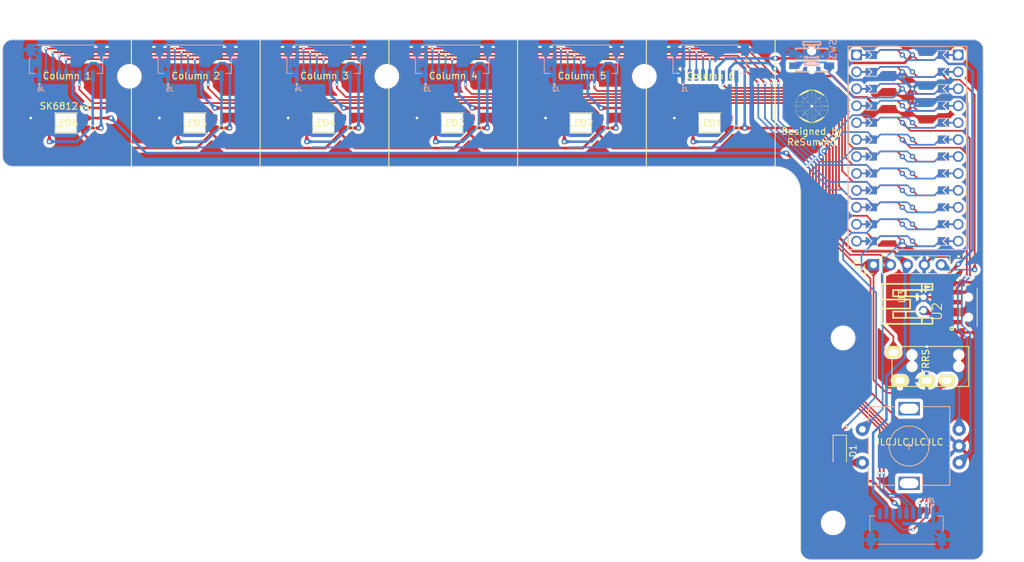
<source format=kicad_pcb>
(kicad_pcb (version 20221018) (generator pcbnew)
  (layers (0 "F.Cu" signal) (31 "B.Cu" signal) (34 "B.Paste" user) (35 "F.Paste" user) (36 "B.SilkS" user "B.Silkscreen") (37 "F.SilkS" user "F.Silkscreen") (38 "B.Mask" user) (39 "F.Mask" user) (44 "Edge.Cuts" user))
  (net 0 "")
  (net 1 "GND")
  (net 2 "/Row1")
  (net 3 "/Row2")
  (net 4 "/Row3")
  (net 5 "/Row4")
  (net 6 "/V+")
  (net 7 "SCL")
  (net 8 "SDA")
  (net 9 "/RGB_In1")
  (net 10 "/Col_In1")
  (net 11 "/Col_In2")
  (net 12 "/Col_In3")
  (net 13 "/Col_In4")
  (net 14 "/Col_In5")
  (net 15 "/Col_In6")
  (net 16 "/V_bat")
  (net 17 "RESET")
  (net 18 "ENCA")
  (net 19 "ENCB")
  (net 20 "/RGB_Out1")
  (net 21 "/RGB_In2")
  (net 22 "/RGB_Out2")
  (net 23 "/RGB_In3")
  (net 24 "/RGB_Out3")
  (net 25 "/RGB_In4")
  (net 26 "/RGB_Out4")
  (net 27 "/RGB_In5")
  (net 28 "/RGB_Out5")
  (net 29 "/RGB_In6")
  (net 30 "/RGB_Out6")
  (net 31 "unconnected-(J8-Pad1)")
  (net 32 "Net-(U2-PadL2)")
  (net 33 "/RowT")
  (net 34 "Net-(D1-A)")
  (net 35 "CS")
  (net 36 "/RGB_In7")
  (net 37 "/Col_InT")
  (net 38 "/RGB_Out7")
  (footprint "Seismos-libs:RotaryEncoder_Alps_EC11E-Switch_Vertical_H20mm-keebio_modified" (layer "F.Cu") (at 165.89 80.96 180)
    (fp_text reference "SW1" hide)
    (fp_text value "RotaryEncoder_Switch")
  )
  (footprint "Seismos-libs:MJ-4PP-9" (layer "F.Cu") (at 174.83 69.025 -90)
    (fp_text reference "J8")
    (fp_text value "MJ-4PP-9-Lily58" hide)
  )
  (footprint "Seismos-libs:Hole_M3_3.2mm" (layer "F.Cu") (at 156 64.75)
    (fp_text reference "")
    (fp_text value "Hole_M3_3.2mm")
  )
  (footprint "Seismos-libs:Hole_M3_3.2mm" (layer "F.Cu") (at 87.6 25.5)
    (fp_text reference "2")
    (fp_text value "Hole_M3_3.2mm")
  )
  (footprint "Connector_PinHeader_2.54mm:PinHeader_1x05_P2.54mm_Vertical" (layer "F.Cu") (at 160.556 53.766 90)
    (fp_text reference "J7")
    (fp_text value "Conn_01x05_Pin")
  )
  (footprint "Seismos-libs:SW_PCM12SMTR" (layer "F.Cu") (at 174.8 60.132 90)
    (fp_text reference "U2")
    (fp_text value "MSK-12C02_SMD_SPDT_SWITCH")
  )
  (footprint "Seismos-libs:Hole_M3_3.2mm" (layer "F.Cu") (at 49 25.5)
    (fp_text reference "")
    (fp_text value "Hole_M3_3.2mm")
  )
  (footprint "Seismos-libs:CONN-TH_S2B-PH-K-S-GW" (layer "F.Cu") (at 168.0505 59.632 90)
    (fp_text reference "U3")
    (fp_text value "S2B-PH-K-S-GW")
  )
  (footprint "Seismos-libs:Hole_M3_3.2mm" (layer "F.Cu") (at 126.2 25.5)
    (fp_text reference "4")
    (fp_text value "Hole_M3_3.2mm")
  )
  (footprint "keyboard_reversible:ProMicro" (layer "F.Cu") (at 165.636 36.256 -90)
    (fp_text reference "U1" hide)
    (fp_text value "ProMicro_2-Lily58-cache-Lily58_Pro-rescue")
  )
  (footprint "Seismos-libs:Hole_M3_3.2mm" (layer "F.Cu") (at 154.5 92.5)
    (fp_text reference "")
    (fp_text value "Hole_M3_3.2mm")
  )
  (footprint "Seismos-libs:ReSummit_Logo" (layer "F.Cu") (at 151.3 29.975)
    (fp_text reference "G***" hide)
    (fp_text value "LOGO" hide)
  )
  (footprint "Diode_SMD:D_SOD-123" (layer "F.Cu") (at 155.5 81.7 -90)
    (fp_text reference "D1")
    (fp_text value "1N4148W")
  )
  (footprint "Seismos-libs:SK6812-E" (layer "B.Cu") (at 39.5 32.5)
    (fp_text reference "LED6")
    (fp_text value "SK6812-E")
    (fp_rect (start -1.6256 1.4224) (end 1.5748 -1.4224) (stroke (width 0.12)) (fill none) (layer "Edge.Cuts"))
  )
  (footprint "Seismos-libs:SK6812-E" (layer "B.Cu") (at 136 32.5)
    (fp_text reference "LED1")
    (fp_text value "SK6812-E")
    (fp_rect (start -1.6256 1.4224) (end 1.5748 -1.4224) (stroke (width 0.12)) (fill none) (layer "Edge.Cuts"))
  )
  (footprint "Seismos-libs:JST_SM09B-SRSS-TB(LF)(SN)" (layer "B.Cu") (at 39.5 21.5)
    (fp_text reference "J6")
    (fp_text value "SM09B-SRSS-TB(LF)(SN)" hide)
  )
  (footprint "Seismos-libs:SK6812-E" (layer "B.Cu") (at 97.4 32.5)
    (fp_text reference "LED3")
    (fp_text value "SK6812-E")
    (fp_rect (start -1.6256 1.4224) (end 1.5748 -1.4224) (stroke (width 0.12)) (fill none) (layer "Edge.Cuts"))
  )
  (footprint "Seismos-libs:SK6812-E" (layer "B.Cu") (at 78.1 32.5)
    (fp_text reference "LED4")
    (fp_text value "SK6812-E")
    (fp_rect (start -1.6256 1.4224) (end 1.5748 -1.4224) (stroke (width 0.12)) (fill none) (layer "Edge.Cuts"))
  )
  (footprint "Seismos-libs:JST_SM09B-SRSS-TB(LF)(SN)" (layer "B.Cu") (at 58.8 21.5)
    (fp_text reference "J5")
    (fp_text value "SM09B-SRSS-TB(LF)(SN)" hide)
  )
  (footprint "Seismos-libs:SW-SMD_EVQPUD02K" (layer "B.Cu") (at 151.2875 23.0495 90)
    (fp_text reference "SW3")
    (fp_text value "EVQPUC02K")
  )
  (footprint "Seismos-libs:SK6812-E" (layer "B.Cu") (at 116.7 32.5)
    (fp_text reference "LED2")
    (fp_text value "SK6812-E")
    (fp_rect (start -1.6256 1.4224) (end 1.5748 -1.4224) (stroke (width 0.12)) (fill none) (layer "Edge.Cuts"))
  )
  (footprint "Seismos-libs:JST_SM09B-SRSS-TB(LF)(SN)" (layer "B.Cu") (at 136 21.5)
    (fp_text reference "J1")
    (fp_text value "SM09B-SRSS-TB(LF)(SN)")
  )
  (footprint "Seismos-libs:JST_SM09B-SRSS-TB(LF)(SN)" (layer "B.Cu") (at 165.5 95 180)
    (fp_text reference "J9")
    (fp_text value "SM09B-SRSS-TB(LF)(SN)")
  )
  (footprint "Seismos-libs:JST_SM09B-SRSS-TB(LF)(SN)" (layer "B.Cu") (at 97.4 21.5)
    (fp_text reference "J3")
    (fp_text value "SM09B-SRSS-TB(LF)(SN)" hide)
  )
  (footprint "Seismos-libs:JST_SM09B-SRSS-TB(LF)(SN)" (layer "B.Cu") (at 78.1 21.5)
    (fp_text reference "J4")
    (fp_text value "SM09B-SRSS-TB(LF)(SN)" hide)
  )
  (footprint "Seismos-libs:SK6812-E" (layer "B.Cu") (at 58.8 32.5)
    (fp_text reference "LED5")
    (fp_text value "SK6812-E")
    (fp_rect (start -1.6256 1.4224) (end 1.5748 -1.4224) (stroke (width 0.12)) (fill none) (layer "Edge.Cuts"))
  )
  (footprint "Seismos-libs:JST_SM09B-SRSS-TB(LF)(SN)" (layer "B.Cu") (at 116.7 21.5)
    (fp_text reference "J2")
    (fp_text value "SM09B-SRSS-TB(LF)(SN)" hide)
  )
  (gr_line (start 87.9 20) (end 87.9 39) (stroke (width 0.15)) (layer "F.SilkS"))
  (gr_line (start 107.2 20) (end 107.2 39) (stroke (width 0.15)) (layer "F.SilkS"))
  (gr_line (start 49.3 20) (end 49.3 39) (stroke (width 0.15)) (layer "F.SilkS"))
  (gr_line (start 126.5 20) (end 126.5 39) (stroke (width 0.15)) (layer "F.SilkS"))
  (gr_line (start 145.8 20) (end 145.8 39) (stroke (width 0.15)) (layer "F.SilkS"))
  (gr_line (start 68.6 20) (end 68.6 39) (stroke (width 0.15)) (layer "F.SilkS"))
  (gr_line (start 151.134 98) (end 175.5 98) (stroke (width 0.1)) (layer "Edge.Cuts"))
  (gr_arc (start 175.5 20) (mid 176.56066 20.43934) (end 177 21.5) (stroke (width 0.1)) (layer "Edge.Cuts"))
  (gr_line (start 149.634 42.81) (end 149.634 96.5) (stroke (width 0.1)) (layer "Edge.Cuts"))
  (gr_arc (start 151.134 98) (mid 150.07334 97.56066) (end 149.634 96.5) (stroke (width 0.1)) (layer "Edge.Cuts"))
  (gr_line (start 31.5 39) (end 145.824 39) (stroke (width 0.1)) (layer "Edge.Cuts"))
  (gr_arc (start 31.5 39) (mid 30.43934 38.56066) (end 30 37.5) (stroke (width 0.1)) (layer "Edge.Cuts"))
  (gr_arc (start 30 21.5) (mid 30.43934 20.43934) (end 31.5 20) (stroke (width 0.1)) (layer "Edge.Cuts"))
  (gr_line (start 177 21.5) (end 177 96.5) (stroke (width 0.1)) (layer "Edge.Cuts"))
  (gr_arc (start 177 96.5) (mid 176.56066 97.56066) (end 175.5 98) (stroke (width 0.1)) (layer "Edge.Cuts"))
  (gr_arc (start 145.824 39) (mid 148.518077 40.115923) (end 149.634 42.81) (stroke (width 0.1)) (layer "Edge.Cuts"))
  (gr_line (start 175.5 20) (end 31.5 20) (stroke (width 0.1)) (layer "Edge.Cuts"))
  (gr_line (start 30 21.5) (end 30 37.5) (stroke (width 0.1)) (layer "Edge.Cuts"))
  (gr_text "JLCJLCJLCJLC" (at 165.89 80.96) (layer "F.SilkS") (effects (font (size 1 1)) (justify bottom)))
  (gr_text "Designed by\nReSummit" (at 151.325 35.95) (layer "F.SilkS") (effects (font (size 1 1)) (justify bottom)))
  (gr_text "Column 4" (at 97.55 26) (layer "F.SilkS") (effects (font (size 1 1)) (justify bottom)))
  (gr_text "Column 2" (at 58.95 26) (layer "F.SilkS") (effects (font (size 1 1)) (justify bottom)))
  (gr_text "Column 6" (at 136.15 26) (layer "F.SilkS") (effects (font (size 1 1)) (justify bottom)))
  (gr_text "Column 3" (at 78.25 26) (layer "F.SilkS") (effects (font (size 1 1)) (justify bottom)))
  (gr_text "Column 1" (at 39.65 26) (layer "F.SilkS") (effects (font (size 1 1)) (justify bottom)))
  (gr_text "Column 5" (at 116.85 26) (layer "F.SilkS") (effects (font (size 1 1)) (justify bottom)))
  (segment (start 94.8967 31.7493) (end 94.8981 31.7507) (width 0.381) (layer "F.Cu") (net 1))
  (segment (start 173.05 57.267) (end 173.835 56.482) (width 0.381) (layer "F.Cu") (net 1))
  (segment (start 53.5019 31.7493) (end 56.2967 31.7493) (width 0.381) (layer "F.Cu") (net 1))
  (segment (start 175 60.4) (end 171.6 60.4) (width 0.381) (layer "F.Cu") (net 1))
  (segment (start 130.7019 31.7493) (end 133.4967 31.7493) (width 0.381) (layer "F.Cu") (net 1))
  (segment (start 173.675 63.932) (end 170.645 63.932) (width 0.381) (layer "F.Cu") (net 1))
  (segment (start 133.4967 31.7493) (end 133.4981 31.7507) (width 0.381) (layer "F.Cu") (net 1))
  (segment (start 166.398 29.906) (end 166.398 27.366) (width 0.381) (layer "F.Cu") (net 1))
  (segment (start 75.5967 31.7493) (end 75.5981 31.7507) (width 0.381) (layer "F.Cu") (net 1))
  (segment (start 173.675 63.932) (end 175.875 63.932) (width 0.381) (layer "F.Cu") (net 1))
  (segment (start 169.832 58.632) (end 168.0505 58.632) (width 0.381) (layer "F.Cu") (net 1))
  (segment (start 175.925 59.475) (end 175 60.4) (width 0.381) (layer "F.Cu") (net 1))
  (segment (start 173.05 57.882) (end 173.05 57.267) (width 0.381) (layer "F.Cu") (net 1))
  (segment (start 173.725 56.382) (end 173.675 56.332) (width 0.381) (layer "F.Cu") (net 1))
  (segment (start 175.875 63.932) (end 175.925 63.882) (width 0.381) (layer "F.Cu") (net 1))
  (segment (start 72.8019 31.7493) (end 75.5967 31.7493) (width 0.381) (layer "F.Cu") (net 1))
  (segment (start 111.4019 31.7493) (end 114.1967 31.7493) (width 0.381) (layer "F.Cu") (net 1))
  (segment (start 169.4165 52.5255) (end 168.176 53.766) (width 0.381) (layer "F.Cu") (net 1))
  (segment (start 175.925 56.382) (end 173.725 56.382) (width 0.381) (layer "F.Cu") (net 1))
  (segment (start 92.1019 31.7493) (end 94.8967 31.7493) (width 0.381) (layer "F.Cu") (net 1))
  (segment (start 114.1967 31.7493) (end 114.1981 31.7507) (width 0.381) (layer "F.Cu") (net 1))
  (segment (start 34.2019 31.7493) (end 36.9967 31.7493) (width 0.381) (layer "F.Cu") (net 1))
  (segment (start 170.645 63.932) (end 168.53 66.047) (width 0.381) (layer "F.Cu") (net 1))
  (segment (start 36.9967 31.7493) (end 36.9981 31.7507) (width 0.381) (layer "F.Cu") (net 1))
  (segment (start 171.6 60.4) (end 169.832 58.632) (width 0.381) (layer "F.Cu") (net 1))
  (segment (start 175.925 56.382) (end 175.925 59.475) (width 0.381) (layer "F.Cu") (net 1))
  (segment (start 173.3095 52.5255) (end 169.4165 52.5255) (width 0.381) (layer "F.Cu") (net 1))
  (segment (start 56.2967 31.7493) (end 56.2981 31.7507) (width 0.381) (layer "F.Cu") (net 1))
  (via (at 130.7019 31.7493) (size 0.8) (drill 0.4) (layers "F.Cu" "B.Cu") (net 1))
  (via (at 53.5019 31.7493) (size 0.8) (drill 0.4) (layers "F.Cu" "B.Cu") (net 1))
  (via (at 173.3095 52.5255) (size 0.8) (drill 0.4) (layers "F.Cu" "B.Cu") (net 1))
  (via (at 111.4019 31.7493) (size 0.8) (drill 0.4) (layers "F.Cu" "B.Cu") (net 1))
  (via (at 34.2019 31.7493) (size 0.8) (drill 0.4) (layers "F.Cu" "B.Cu") (net 1))
  (via (at 72.8019 31.7493) (size 0.8) (drill 0.4) (layers "F.Cu" "B.Cu") (net 1))
  (via (at 168.53 66.047) (size 0.8) (drill 0.4) (layers "F.Cu" "B.Cu") (net 1))
  (via (at 151.3 29.975) (size 0.8) (drill 0.4) (layers "F.Cu" "B.Cu") (net 1))
  (via (at 92.1019 31.7493) (size 0.8) (drill 0.4) (layers "F.Cu" "B.Cu") (net 1))
  (segment (start 153.8875 22.1995) (end 154.6625 22.1995) (width 0.381) (layer "B.Cu") (net 1))
  (segment (start 35.5 25.375) (end 35.5 22.8) (width 0.381) (layer "B.Cu") (net 1))
  (segment (start 166.4 60.2825) (end 168.0505 58.632) (width 0.381) (layer "B.Cu") (net 1))
  (segment (start 174.6 51.235) (end 174.6 29.566378) (width 0.381) (layer "B.Cu") (net 1))
  (segment (start 130.7 31.7474) (end 130.7019 31.7493) (width 0.381) (layer "B.Cu") (net 1))
  (segment (start 173.633622 28.6) (end 170.2 28.6) (width 0.381) (layer "B.Cu") (net 1))
  (segment (start 34.2 31.7474) (end 34.2019 31.7493) (width 0.381) (layer "B.Cu") (net 1))
  (segment (start 149.1875 22.6995) (end 153.3875 22.6995) (width 0.381) (layer "B.Cu") (net 1))
  (segment (start 92.1 31.7474) (end 92.1019 31.7493) (width 0.381) (layer "B.Cu") (net 1))
  (segment (start 168.53 66.047) (end 166.4 63.917) (width 0.381) (layer "B.Cu") (net 1))
  (segment (start 169.5 91.125) (end 169.5 93.7) (width 0.381) (layer "B.Cu") (net 1))
  (segment (start 147.988 21.5) (end 148.6875 22.1995) (width 0.381) (layer "B.Cu") (net 1))
  (segment (start 72.8 31.7474) (end 72.8019 31.7493) (width 0.381) (layer "B.Cu") (net 1))
  (segment (start 72.8 24.075) (end 72.8 21.5) (width 0.381) (layer "B.Cu") (net 1))
  (segment (start 153.3875 22.6995) (end 153.8875 22.1995) (width 0.381) (layer "B.Cu") (net 1))
  (segment (start 112.7 25.375) (end 111.4 24.075) (width 0.381) (layer "B.Cu") (net 1))
  (segment (start 170.8 95) (end 160.2 95) (width 0.381) (layer "B.Cu") (net 1))
  (segment (start 130.7 24.075) (end 130.7 21.5) (width 0.381) (layer "B.Cu") (net 1))
  (segment (start 154.6625 22.1995) (end 156.2 23.737) (width 0.381) (layer "B.Cu") (net 1))
  (segment (start 168.894 29.906) (end 166.398 29.906) (width 0.381) (layer "B.Cu") (net 1))
  (segment (start 132 25.375) (end 130.7 24.075) (width 0.381) (layer "B.Cu") (net 1))
  (segment (start 169.5 91.125) (end 169.5 84.85) (width 0.381) (layer "B.Cu") (net 1))
  (segment (start 173.3095 52.5255) (end 174.6 51.235) (width 0.381) (layer "B.Cu") (net 1))
  (segment (start 35.5 22.8) (end 34.2 21.5) (width 0.381) (layer "B.Cu") (net 1))
  (segment (start 53.5 21.5) (end 53.5 31.7474) (width 0.381) (layer "B.Cu") (net 1))
  (segment (start 168.53 71.997) (end 168.53 66.047) (width 0.381) (layer "B.Cu") (net 1))
  (segment (start 34.75 20.75) (end 141.75 20.75) (width 0.381) (layer "B.Cu") (net 1))
  (segment (start 173.39 80.96) (end 168.53 76.1) (width 0.381) (layer "B.Cu") (net 1))
  (segment (start 164.874 24.826) (end 164.874 25.842) (width 0.381) (layer "B.Cu") (net 1))
  (segment (start 163.6835 26.0165) (end 164.874 24.826) (width 0.381) (layer "B.Cu") (net 1))
  (segment (start 34.2 21.5) (end 34.2 21.3) (width 0.381) (layer "B.Cu") (net 1))
  (segment (start 148.6875 22.1995) (end 149.1875 22.6995) (width 0.381) (layer "B.Cu") (net 1))
  (segment (start 169.5 84.85) (end 173.39 80.96) (width 0.381) (layer "B.Cu") (net 1))
  (segment (start 168.0505 58.632) (end 168.0505 53.8915) (width 0.381) (layer "B.Cu") (net 1))
  (segment (start 34.2 21.3) (end 34.75 20.75) (width 0.381) (layer "B.Cu") (net 1))
  (segment (start 74.1 25.375) (end 72.8 24.075) (width 0.381) (layer "B.Cu") (net 1))
  (segment (start 93.4 25.375) (end 92.1 24.075) (width 0.381) (layer "B.Cu") (net 1))
  (segment (start 168.53 76.1) (end 168.53 71.997) (width 0.381) (layer "B.Cu") (net 1))
  (segment (start 53.5 31.7474) (end 53.5019 31.7493) (width 0.381) (layer "B.Cu") (net 1))
  (segment (start 53.5 24.075) (end 53.5 21.5) (width 0.381) (layer "B.Cu") (net 1))
  (segment (start 111.4 24.075) (end 111.4 21.5) (width 0.381) (layer "B.Cu") (net 1))
  (segment (start 54.8 25.375) (end 53.5 24.075) (width 0.381) (layer "B.Cu") (net 1))
  (segment (start 111.4 21.5) (end 111.4 31.7474) (width 0.381) (layer "B.Cu") (net 1))
  (segment (start 166.4 63.917) (end 166.4 60.2825) (width 0.381) (layer "B.Cu") (net 1))
  (segment (start 174.6 29.566378) (end 173.633622 28.6) (width 0.381) (layer "B.Cu") (net 1))
  (segment (start 169.5 93.7) (end 170.8 95) (width 0.381) (layer "B.Cu") (net 1))
  (segment (start 157.522878 26.0165) (end 163.6835 26.0165) (width 0.381) (layer "B.Cu") (net 1))
  (segment (start 170.2 28.6) (end 168.894 29.906) (width 0.381) (layer "B.Cu") (net 1))
  (segment (start 130.7 21.5) (end 130.7 31.7474) (width 0.381) (layer "B.Cu") (net 1))
  (segment (start 92.1 21.5) (end 92.1 31.7474) (width 0.381) (layer "B.Cu") (net 1))
  (segment (start 164.874 25.842) (end 166.398 27.366) (width 0.381) (layer "B.Cu") (net 1))
  (segment (start 34.2 21.5) (end 34.2 31.7474) (width 0.381) (layer "B.Cu") (net 1))
  (segment (start 111.4 31.7474) (end 111.4019 31.7493) (width 0.381) (layer "B.Cu") (net 1))
  (segment (start 72.8 21.5) (end 72.8 31.7474) (width 0.381) (layer "B.Cu") (net 1))
  (segment (start 141.3 21.5) (end 147.988 21.5) (width 0.381) (layer "B.Cu") (net 1))
  (segment (start 156.2 24.693622) (end 157.522878 26.0165) (width 0.381) (layer "B.Cu") (net 1))
  (segment (start 92.1 24.075) (end 92.1 21.5) (width 0.381) (layer "B.Cu") (net 1))
  (segment (start 168.0505 53.8915) (end 168.176 53.766) (width 0.381) (layer "B.Cu") (net 1))
  (segment (start 156.2 23.737) (end 156.2 24.693622) (width 0.381) (layer "B.Cu") (net 1))
  (segment (start 146.282509 26.082509) (end 146.282509 26.5035) (width 0.254) (layer "F.Cu") (net 2))
  (segment (start 94.4 21.34) (end 113.7 21.34) (width 0.254) (layer "F.Cu") (net 2))
  (segment (start 75.1 21.34) (end 94.4 21.34) (width 0.254) (layer "F.Cu") (net 2))
  (segment (start 55.8 21.34) (end 75.1 21.34) (width 0.254) (layer "F.Cu") (net 2))
  (segment (start 152.385 56.615) (end 152.3795 56.6205) (width 0.254) (layer "F.Cu") (net 2))
  (segment (start 133 21.34) (end 141.54 21.34) (width 0.254) (layer "F.Cu") (net 2))
  (segment (start 168.5 83.573844) (end 168.5 89.5) (width 0.254) (layer "F.Cu") (net 2))
  (segment (start 152.3795 67.453344) (end 168.5 83.573844) (width 0.254) (layer "F.Cu") (net 2))
  (segment (start 141.54 21.34) (end 146.282509 26.082509) (width 0.254) (layer "F.Cu") (net 2))
  (segment (start 152.385 38.307634) (end 152.385 56.615) (width 0.254) (layer "F.Cu") (net 2))
  (segment (start 36.5 21.34) (end 55.8 21.34) (width 0.254) (layer "F.Cu") (net 2))
  (segment (start 151.894372 37.727939) (end 151.894372 37.817006) (width 0.254) (layer "F.Cu") (net 2))
  (segment (start 113.7 21.34) (end 133 21.34) (width 0.254) (layer "F.Cu") (net 2))
  (segment (start 168.5 89.5) (end 168.4505 89.5) (width 0.254) (layer "F.Cu") (net 2))
  (segment (start 151.894372 37.817006) (end 152.385 38.307634) (width 0.254) (layer "F.Cu") (net 2))
  (segment (start 152.3795 56.6205) (end 152.3795 67.453344) (width 0.254) (layer "F.Cu") (net 2))
  (via (at 113.7 21.34) (size 0.4) (drill 0.3) (layers "F.Cu" "B.Cu") (net 2))
  (via (at 94.4 21.34) (size 0.4) (drill 0.3) (layers "F.Cu" "B.Cu") (net 2))
  (via (at 151.894372 37.727939) (size 0.4) (drill 0.3) (layers "F.Cu" "B.Cu") (net 2))
  (via (at 133 21.34) (size 0.4) (drill 0.3) (layers "F.Cu" "B.Cu") (net 2))
  (via (at 55.8 21.34) (size 0.4) (drill 0.3) (layers "F.Cu" "B.Cu") (net 2))
  (via (at 36.5 21.34) (size 0.4) (drill 0.3) (layers "F.Cu" "B.Cu") (net 2))
  (via (at 168.4505 89.5) (size 0.4) (drill 0.3) (layers "F.Cu" "B.Cu") (net 2))
  (via (at 146.282509 26.5035) (size 0.4) (drill 0.3) (layers "F.Cu" "B.Cu") (net 2))
  (via (at 75.1 21.34) (size 0.4) (drill 0.3) (layers "F.Cu" "B.Cu") (net 2))
  (segment (start 94.4 21.29) (end 94.4 21.34) (width 0.254) (layer "B.Cu") (net 2))
  (segment (start 75.1 21.29) (end 75.1 21.34) (width 0.254) (layer "B.Cu") (net 2))
  (segment (start 36.5 25.375) (end 36.5 21.29) (width 0.254) (layer "B.Cu") (net 2))
  (segment (start 75.1 25.375) (end 75.1 21.29) (width 0.254) (layer "B.Cu") (net 2))
  (segment (start 157.476 36.399) (end 159.683 36.399) (width 0.254) (layer "B.Cu") (net 2))
  (segment (start 55.8 25.375) (end 55.8 21.29) (width 0.254) (layer "B.Cu") (net 2))
  (segment (start 113.7 21.29) (end 113.7 21.34) (width 0.254) (layer "B.Cu") (net 2))
  (segment (start 113.7 25.375) (end 113.7 21.29) (width 0.254) (layer "B.Cu") (net 2))
  (segment (start 133 21.29) (end 133 21.34) (width 0.254) (layer "B.Cu") (net 2))
  (segment (start 133 25.375) (end 133 21.29) (width 0.254) (layer "B.Cu") (net 2))
  (segment (start 36.5 21.29) (end 36.5 21.34) (width 0.254) (layer "B.Cu") (net 2))
  (segment (start 94.4 25.375) (end 94.4 21.29) (width 0.254) (layer "B.Cu") (net 2))
  (segment (start 146.282509 32.116076) (end 146.282509 26.5035) (width 0.254) (layer "B.Cu") (net 2))
  (segment (start 152.397366 38.32) (end 155.555 38.32) (width 0.254) (layer "B.Cu") (net 2))
  (segment (start 55.8 21.29) (end 55.8 21.34) (width 0.254) (layer "B.Cu") (net 2))
  (segment (start 159.683 36.399) (end 160.81 37.526) (width 0.254) (layer "B.Cu") (net 2))
  (segment (start 151.894372 37.727939) (end 146.282509 32.116076) (width 0.254) (layer "B.Cu") (net 2))
  (segment (start 155.555 38.32) (end 157.476 36.399) (width 0.254) (layer "B.Cu") (net 2))
  (segment (start 168.5 91.125) (end 168.5 89.5) (width 0.254) (layer "B.Cu") (net 2))
  (segment (start 151.894372 37.727939) (end 151.894372 37.817006) (width 0.254) (layer "B.Cu") (net 2))
  (segment (start 151.894372 37.817006) (end 152.397366 38.32) (width 0.254) (layer "B.Cu") (net 2))
  (segment (start 151.9255 46.828553) (end 151.9255 67.641396) (width 0.254) (layer "F.Cu") (net 3))
  (segment (start 56.8 21.8665) (end 37.5 21.8665) (width 0.254) (layer "F.Cu") (net 3))
  (segment (start 140.8665 21.8665) (end 145.283006 26.283006) (width 0.254) (layer "F.Cu") (net 3))
  (segment (start 151.9255 67.641396) (end 168.046 83.761896) (width 0.254) (layer "F.Cu") (net 3))
  (segment (start 134 21.8665) (end 114.7 21.8665) (width 0.254) (layer "F.Cu") (net 3))
  (segment (start 151.417895 38.091769) (end 151.931 38.604874) (width 0.254) (layer "F.Cu") (net 3))
  (segment (start 114.7 21.8665) (end 95.4 21.8665) (width 0.254) (layer "F.Cu") (net 3))
  (segment (start 168.046 88.954) (end 167.5 89.5) (width 0.254) (layer "F.Cu") (net 3))
  (segment (start 168.046 83.761896) (end 168.046 88.954) (width 0.254) (layer "F.Cu") (net 3))
  (segment (start 151.931 38.604874) (end 151.931 46.823053) (width 0.254) (layer "F.Cu") (net 3))
  (segment (start 134 21.8665) (end 140.8665 21.8665) (width 0.254) (layer "F.Cu") (net 3))
  (segment (start 95.4 21.8665) (end 76.1 21.8665) (width 0.254) (layer "F.Cu") (net 3))
  (segment (start 76.1 21.8665) (end 56.8 21.8665) (width 0.254) (layer "F.Cu") (net 3))
  (segment (start 151.931 46.823053) (end 151.9255 46.828553) (width 0.254) (layer "F.Cu") (net 3))
  (segment (start 145.283006 26.283006) (end 145.283006 26.5035) (width 0.254) (layer "F.Cu") (net 3))
  (via (at 151.417895 38.091769) (size 0.4) (drill 0.3) (layers "F.Cu" "B.Cu") (net 3))
  (via (at 37.5 21.8665) (size 0.4) (drill 0.3) (layers "F.Cu" "B.Cu") (net 3))
  (via (at 114.7 21.8665) (size 0.4) (drill 0.3) (layers "F.Cu" "B.Cu") (net 3))
  (via (at 134 21.8665) (size 0.4) (drill 0.3) (layers "F.Cu" "B.Cu") (net 3))
  (via (at 76.1 21.8665) (size 0.4) (drill 0.3) (layers "F.Cu" "B.Cu") (net 3))
  (via (at 145.283006 26.5035) (size 0.4) (drill 0.3) (layers "F.Cu" "B.Cu") (net 3))
  (via (at 95.4 21.8665) (size 0.4) (drill 0.3) (layers "F.Cu" "B.Cu") (net 3))
  (via (at 167.5 89.5) (size 0.4) (drill 0.3) (layers "F.Cu" "B.Cu") (net 3))
  (via (at 56.8 21.8665) (size 0.4) (drill 0.3) (layers "F.Cu" "B.Cu") (net 3))
  (segment (start 114.7 21.8665) (end 114.7 25.375) (width 0.254) (layer "B.Cu") (net 3))
  (segment (start 134 21.8665) (end 134 25.375) (width 0.254) (layer "B.Cu") (net 3))
  (segment (start 56.8 21.8665) (end 56.8 25.375) (width 0.254) (layer "B.Cu") (net 3))
  (segment (start 95.4 21.8665) (end 95.4 25.375) (width 0.254) (layer "B.Cu") (net 3))
  (segment (start 76.1 21.8665) (end 76.1 25.375) (width 0.254) (layer "B.Cu") (net 3))
  (segment (start 151.417895 38.091769) (end 152.122126 38.796) (width 0.254) (layer "B.Cu") (net 3))
  (segment (start 145.283006 31.95688) (end 145.283006 26.5035) (width 0.254) (layer "B.Cu") (net 3))
  (segment (start 159.54 38.796) (end 160.81 40.066) (width 0.254) (layer "B.Cu") (net 3))
  (segment (start 167.5 91.125) (end 167.5 89.5) (width 0.254) (layer "B.Cu") (net 3))
  (segment (start 151.417895 38.091769) (end 145.283006 31.95688) (width 0.254) (layer "B.Cu") (net 3))
  (segment (start 152.122126 38.796) (end 159.54 38.796) (width 0.254) (layer "B.Cu") (net 3))
  (segment (start 37.5 21.8665) (end 37.5 25.375) (width 0.254) (layer "B.Cu") (net 3))
  (segment (start 115.7 22.393) (end 135 22.393) (width 0.254) (layer "F.Cu") (net 4))
  (segment (start 151.4715 67.829448) (end 162.089006 78.446954) (width 0.254) (layer "F.Cu") (net 4))
  (segment (start 38.5 22.393) (end 57.8 22.393) (width 0.254) (layer "F.Cu") (net 4))
  (segment (start 57.8 22.393) (end 77.1 22.393) (width 0.254) (layer "F.Cu") (net 4))
  (segment (start 144.283503 26.474869) (end 144.283503 26.5035) (width 0.254) (layer "F.Cu") (net 4))
  (segment (start 151.4715 39.1) (end 151.4715 38.993098) (width 0.254) (layer "F.Cu") (net 4))
  (segment (start 140.173003 22.393) (end 144.283503 26.5035) (width 0.254) (layer "F.Cu") (net 4))
  (segment (start 96.4 22.393) (end 115.7 22.393) (width 0.254) (layer "F.Cu") (net 4))
  (segment (start 162.089006 78.446954) (end 162.089006 85) (width 0.254) (layer "F.Cu") (net 4))
  (segment (start 135 22.393) (end 140.173003 22.393) (width 0.254) (layer "F.Cu") (net 4))
  (segment (start 151.4715 38.993098) (end 150.987491 38.509089) (width 0.254) (layer "F.Cu") (net 4))
  (segment (start 77.1 22.393) (end 96.4 22.393) (width 0.254) (layer "F.Cu") (net 4))
  (segment (start 151.4715 39.1) (end 151.4715 67.829448) (width 0.254) (layer "F.Cu") (net 4))
  (via (at 57.8 22.393) (size 0.4) (drill 0.3) (layers "F.Cu" "B.Cu") (net 4))
  (via (at 96.4 22.393) (size 0.4) (drill 0.3) (layers "F.Cu" "B.Cu") (net 4))
  (via (at 115.7 22.393) (size 0.4) (drill 0.3) (layers "F.Cu" "B.Cu") (net 4))
  (via (at 150.987491 38.509089) (size 0.4) (drill 0.3) (layers "F.Cu" "B.Cu") (net 4))
  (via (at 135 22.393) (size 0.4) (drill 0.3) (layers "F.Cu" "B.Cu") (net 4))
  (via (at 144.283503 26.5035) (size 0.4) (drill 0.3) (layers "F.Cu" "B.Cu") (net 4))
  (via (at 77.1 22.393) (size 0.4) (drill 0.3) (layers "F.Cu" "B.Cu") (net 4))
  (via (at 38.5 22.393) (size 0.4) (drill 0.3) (layers "F.Cu" "B.Cu") (net 4))
  (via (at 162.089006 85) (size 0.4) (drill 0.3) (layers "F.Cu" "B.Cu") (net 4))
  (segment (start 164.604 88.2) (end 166.5 90.096) (width 0.254) (layer "B.Cu") (net 4))
  (segment (start 162.089006 85) (end 162.089006 87.446954) (width 0.254) (layer "B.Cu") (net 4))
  (segment (start 38.5 22.393) (end 38.5 25.375) (width 0.254) (layer "B.Cu") (net 4))
  (segment (start 96.4 22.393) (end 96.4 25.375) (width 0.254) (layer "B.Cu") (net 4))
  (segment (start 159.534419 41.330419) (end 153.808821 41.330419) (width 0.254) (layer "B.Cu") (net 4))
  (segment (start 160.81 42.606) (end 159.534419 41.330419) (width 0.254) (layer "B.Cu") (net 4))
  (segment (start 115.7 22.393) (end 115.7 25.375) (width 0.254) (layer "B.Cu") (net 4))
  (segment (start 77.1 22.393) (end 77.1 25.375) (width 0.254) (layer "B.Cu") (net 4))
  (segment (start 162.089006 87.446954) (end 162.842052 88.2) (width 0.254) (layer "B.Cu") (net 4))
  (segment (start 150.987491 38.509089) (end 144.283503 31.805101) (width 0.254) (layer "B.Cu") (net 4))
  (segment (start 144.283503 31.805101) (end 144.283503 26.5035) (width 0.254) (layer "B.Cu") (net 4))
  (segment (start 166.5 90.096) (end 166.5 91.125) (width 0.254) (layer "B.Cu") (net 4))
  (segment (start 162.842052 88.2) (end 164.604 88.2) (width 0.254) (layer "B.Cu") (net 4))
  (segment (start 57.8 22.393) (end 57.8 25.375) (width 0.254) (layer "B.Cu") (net 4))
  (segment (start 135 22.393) (end 135 25.375) (width 0.254) (layer "B.Cu") (net 4))
  (segment (start 153.808821 41.330419) (end 150.987491 38.509089) (width 0.254) (layer "B.Cu") (net 4))
  (segment (start 116.7 22.9195) (end 97.4 22.9195) (width 0.254) (layer "F.Cu") (net 5))
  (segment (start 97.4 22.9195) (end 78.1 22.9195) (width 0.254) (layer "F.Cu") (net 5))
  (segment (start 151.0175 68.0175) (end 161.489503 78.489503) (width 0.254) (layer "F.Cu") (net 5))
  (segment (start 151.0175 39.386911) (end 151.0175 68.0175) (width 0.254) (layer "F.Cu") (net 5))
  (segment (start 58.8 22.9195) (end 39.5 22.9195) (width 0.254) (layer "F.Cu") (net 5))
  (segment (start 78.1 22.9195) (end 58.8 22.9195) (width 0.254) (layer "F.Cu") (net 5))
  (segment (start 136 22.9195) (end 139.7 22.9195) (width 0.254) (layer "F.Cu") (net 5))
  (segment (start 136 22.9195) (end 116.7 22.9195) (width 0.254) (layer "F.Cu") (net 5))
  (segment (start 150.565736 38.935147) (end 151.0175 39.386911) (width 0.254) (layer "F.Cu") (net 5))
  (segment (start 161.489503 78.489503) (end 161.489503 85) (width 0.254) (layer "F.Cu") (net 5))
  (segment (start 139.7 22.9195) (end 143.284 26.5035) (width 0.254) (layer "F.Cu") (net 5))
  (via (at 150.565736 38.935147) (size 0.4) (drill 0.3) (layers "F.Cu" "B.Cu") (net 5))
  (via (at 58.8 22.9195) (size 0.4) (drill 0.3) (layers "F.Cu" "B.Cu") (net 5))
  (via (at 78.1 22.9195) (size 0.4) (drill 0.3) (layers "F.Cu" "B.Cu") (net 5))
  (via (at 161.489503 85) (size 0.4) (drill 0.3) (layers "F.Cu" "B.Cu") (net 5))
  (via (at 143.284 26.5035) (size 0.4) (drill 0.3) (layers "F.Cu" "B.Cu") (net 5))
  (via (at 116.7 22.9195) (size 0.4) (drill 0.3) (layers "F.Cu" "B.Cu") (net 5))
  (via (at 136 22.9195) (size 0.4) (drill 0.3) (layers "F.Cu" "B.Cu") (net 5))
  (via (at 97.4 22.9195) (size 0.4) (drill 0.3) (layers "F.Cu" "B.Cu") (net 5))
  (via (at 39.5 22.9195) (size 0.4) (drill 0.3) (layers "F.Cu" "B.Cu") (net 5))
  (segment (start 164.385856 88.654) (end 165.5 89.768144) (width 0.254) (layer "B.Cu") (net 5))
  (segment (start 165.5 89.768144) (end 165.5 91.125) (width 0.254) (layer "B.Cu") (net 5))
  (segment (start 161.489503 87.489504) (end 162.653999 88.654) (width 0.254) (layer "B.Cu") (net 5))
  (segment (start 143.284 26.5035) (end 143.284 31.653411) (width 0.254) (layer "B.Cu") (net 5))
  (segment (start 159.54 43.876) (end 160.81 45.146) (width 0.254) (layer "B.Cu") (net 5))
  (segment (start 116.7 22.9195) (end 116.7 25.375) (width 0.254) (layer "B.Cu") (net 5))
  (segment (start 161.489503 85) (end 161.489503 87.489504) (width 0.254) (layer "B.Cu") (net 5))
  (segment (start 78.1 22.9195) (end 78.1 25.375) (width 0.254) (layer "B.Cu") (net 5))
  (segment (start 157.276 43.876) (end 159.54 43.876) (width 0.254) (layer "B.Cu") (net 5))
  (segment (start 143.284 31.653411) (end 154.130589 42.5) (width 0.254) (layer "B.Cu") (net 5))
  (segment (start 58.8 22.9195) (end 58.8 25.375) (width 0.254) (layer "B.Cu") (net 5))
  (segment (start 154.130589 42.5) (end 155.9 42.5) (width 0.254) (layer "B.Cu") (net 5))
  (segment (start 136 22.9195) (end 136 25.375) (width 0.254) (layer "B.Cu") (net 5))
  (segment (start 155.9 42.5) (end 157.276 43.876) (width 0.254) (layer "B.Cu") (net 5))
  (segment (start 97.4 22.9195) (end 97.4 25.375) (width 0.254) (layer "B.Cu") (net 5))
  (segment (start 162.653999 88.654) (end 164.385856 88.654) (width 0.254) (layer "B.Cu") (net 5))
  (segment (start 39.5 22.9195) (end 39.5 25.375) (width 0.254) (layer "B.Cu") (net 5))
  (segment (start 61.3026 33.25) (end 61.3019 33.2493) (width 0.381) (layer "F.Cu") (net 6))
  (segment (start 138.5026 33.25) (end 138.5019 33.2493) (width 0.381) (layer "F.Cu") (net 6))
  (segment (start 59.0886 36.25) (end 44.25 36.25) (width 0.381) (layer "F.Cu") (net 6))
  (segment (start 116.9886 36.25) (end 119.2019 34.0367) (width 0.381) (layer "F.Cu") (net 6))
  (segment (start 99.9019 34.0367) (end 99.9019 33.2493) (width 0.381) (layer "F.Cu") (net 6))
  (segment (start 97.6886 36.25) (end 82.85 36.25) (width 0.381) (layer "F.Cu") (net 6))
  (segment (start 42.0026 33.25) (end 42.0019 33.2493) (width 0.381) (layer "F.Cu") (net 6))
  (segment (start 157.602378 28.636) (end 159.54 28.636) (width 0.381) (layer "F.Cu") (net 6))
  (segment (start 159.54 28.636) (end 160.81 29.906) (width 0.381) (layer "F.Cu") (net 6))
  (segment (start 78.3886 36.25) (end 80.6019 34.0367) (width 0.381) (layer "F.Cu") (net 6))
  (segment (start 119.2019 33.9981) (end 119.2019 33.2493) (width 0.381) (layer "F.Cu") (net 6))
  (segment (start 61.3019 33.9981) (end 61.3019 33.2493) (width 0.381) (layer "F.Cu") (net 6))
  (segment (start 64.05 33.25) (end 61.3026 33.25) (width 0.381) (layer "F.Cu") (net 6))
  (segment (start 97.6886 36.25) (end 99.9019 34.0367) (width 0.381) (layer "F.Cu") (net 6))
  (segment (start 44.75 33.25) (end 42.0026 33.25) (width 0.381) (layer "F.Cu") (net 6))
  (segment (start 80.6019 34.0367) (end 80.6019 33.2493) (width 0.381) (layer "F.Cu") (net 6))
  (segment (start 165.636 53.766) (end 163.62 51.75) (width 0.381) (layer "F.Cu") (net 6))
  (segment (start 145.775 24.375) (end 146.84675 25.44675) (width 0.381) (layer "F.Cu") (net 6))
  (segment (start 102.15 36.25) (end 99.9 34) (width 0.381) (layer "F.Cu") (net 6))
  (segment (start 83.35 33.25) (end 80.6026 33.25) (width 0.381) (layer "F.Cu") (net 6))
  (segment (start 99.9 34) (end 99.9019 33.9981) (width 0.381) (layer "F.Cu") (net 6))
  (segment (start 63.55 36.25) (end 61.3 34) (width 0.381) (layer "F.Cu") (net 6))
  (segment (start 42.0019 33.9981) (end 42.0019 33.2493) (width 0.381) (layer "F.Cu") (net 6))
  (segment (start 102.65 33.25) (end 99.9026 33.25) (width 0.381) (layer "F.Cu") (net 6))
  (segment (start 146.84675 25.44675) (end 154.413128 25.44675) (width 0.381) (layer "F.Cu") (net 6))
  (segment (start 42 34) (end 42.0019 33.9981) (width 0.381) (layer "F.Cu") (net 6))
  (segment (start 99.9019 33.9981) (end 99.9019 33.2493) (width 0.381) (layer "F.Cu") (net 6))
  (segment (start 80.6026 33.25) (end 80.6019 33.2493) (width 0.381) (layer "F.Cu") (net 6))
  (segment (start 138.5019 34.0367) (end 138.5019 33.2493) (width 0.381) (layer "F.Cu") (net 6))
  (segment (start 44.25 36.25) (end 42 34) (width 0.381) (layer "F.Cu") (net 6))
  (segment (start 121.45 36.25) (end 119.2 34) (width 0.381) (layer "F.Cu") (net 6))
  (segment (start 121.95 33.25) (end 119.2026 33.25) (width 0.381) (layer "F.Cu") (net 6))
  (segment (start 80.6019 33.9981) (end 80.6019 33.2493) (width 0.381) (layer "F.Cu") (net 6))
  (segment (start 59.0886 36.25) (end 61.3019 34.0367) (width 0.381) (layer "F.Cu") (net 6))
  (segment (start 136.2886 36.25) (end 121.45 36.25) (width 0.381) (layer "F.Cu") (net 6))
  (segment (start 153.9425 48.1845) (end 153.9425 36.3425) (width 0.381) (layer "F.Cu") (net 6))
  (segment (start 119.2026 33.25) (end 119.2019 33.2493) (width 0.381) (layer "F.Cu") (net 6))
  (segment (start 150.85 33.25) (end 141.25 33.25) (width 0.381) (layer "F.Cu") (net 6))
  (segment (start 136.2886 36.25) (end 138.5019 34.0367) (width 0.381) (layer "F.Cu") (net 6))
  (segment (start 82.85 36.25) (end 80.6 34) (width 0.381) (layer "F.Cu") (net 6))
  (segment (start 119.2 34) (end 119.2019 33.9981) (width 0.381) (layer "F.Cu") (net 6))
  (segment (start 61.3 34) (end 61.3019 33.9981) (width 0.381) (layer "F.Cu") (net 6))
  (segment (start 99.9026 33.25) (end 99.9019 33.2493) (width 0.381) (layer "F.Cu") (net 6))
  (segment (start 78.3886 36.25) (end 63.55 36.25) (width 0.381) (layer "F.Cu") (net 6))
  (segment (start 80.6 34) (end 80.6019 33.9981) (width 0.381) (layer "F.Cu") (net 6))
  (segment (start 141.25 33.25) (end 138.5026 33.25) (width 0.381) (layer "F.Cu") (net 6))
  (segment (start 157.508 51.75) (end 153.9425 48.1845) (width 0.381) (layer "F.Cu") (net 6))
  (segment (start 116.9886 36.25) (end 102.15 36.25) (width 0.381) (layer "F.Cu") (net 6))
  (segment (start 154.413128 25.44675) (end 157.602378 28.636) (width 0.381) (layer "F.Cu") (net 6))
  (segment (start 153.9425 36.3425) (end 150.85 33.25) (width 0.381) (layer "F.Cu") (net 6))
  (segment (start 163.62 51.75) (end 157.508 51.75) (width 0.381) (layer "F.Cu") (net 6))
  (segment (start 61.3019 34.0367) (end 61.3019 33.2493) (width 0.381) (layer "F.Cu") (net 6))
  (segment (start 119.2019 34.0367) (end 119.2019 33.2493) (width 0.381) (layer "F.Cu") (net 6))
  (via (at 64.05 33.25) (size 0.8) (drill 0.4) (layers "F.Cu" "B.Cu") (net 6))
  (via (at 121.95 33.25) (size 0.8) (drill 0.4) (layers "F.Cu" "B.Cu") (net 6))
  (via (at 83.35 33.25) (size 0.8) (drill 0.4) (layers "F.Cu" "B.Cu") (net 6))
  (via (at 102.65 33.25) (size 0.8) (drill 0.4) (layers "F.Cu" "B.Cu") (net 6))
  (via (at 145.775 24.375) (size 0.8) (drill 0.4) (layers "F.Cu" "B.Cu") (net 6))
  (via (at 141.25 33.25) (size 0.8) (drill 0.4) (layers "F.Cu" "B.Cu") (net 6))
  (via (at 44.75 33.25) (size 0.8) (drill 0.4) (layers "F.Cu" "B.Cu") (net 6))
  (segment (start 101.15 23.5) (end 101.9 23.5) (width 0.381) (layer "B.Cu") (net 6))
  (segment (start 64.05 24.25) (end 64.05 33.25) (width 0.381) (layer "B.Cu") (net 6))
  (segment (start 101.9 23.5) (end 102.65 24.25) (width 0.381) (layer "B.Cu") (net 6))
  (segment (start 121.95 24.25) (end 121.95 33.25) (width 0.381) (layer "B.Cu") (net 6))
  (segment (start 81.1 25.375) (end 81.1 24.25) (width 0.381) (layer "B.Cu") (net 6))
  (segment (start 141.25 24.25) (end 141.25 33.25) (width 0.381) (layer "B.Cu") (net 6))
  (segment (start 61.8 25.375) (end 61.8 24.25) (width 0.381) (layer "B.Cu") (net 6))
  (segment (start 165.2895 67.705989) (end 162.5 70.495489) (width 0.381) (layer "B.Cu") (net 6))
  (segment (start 144.9 23.5) (end 140.5 23.5) (width 0.381) (layer "B.Cu") (net 6))
  (segment (start 139 24.25) (end 139.75 23.5) (width 0.381) (layer "B.Cu") (net 6))
  (segment (start 62.55 23.5) (end 63.3 23.5) (width 0.381) (layer "B.Cu") (net 6))
  (segment (start 42.5 25.375) (end 42.5 24.25) (width 0.381) (layer "B.Cu") (net 6))
  (segment (start 145.775 24.375) (end 144.9 23.5) (width 0.381) (layer "B.Cu") (net 6))
  (segment (start 140.5 23.5) (end 141.25 24.25) (width 0.381) (layer "B.Cu") (net 6))
  (segment (start 83.35 24.25) (end 83.35 33.25) (width 0.381) (layer "B.Cu") (net 6))
  (segment (start 119.7 25.375) (end 119.7 24.25) (width 0.381) (layer "B.Cu") (net 6))
  (segment (start 160.5 88) (end 162.5 90) (width 0.381) (layer "B.Cu") (net 6))
  (segment (start 82.6 23.5) (end 83.35 24.25) (width 0.381) (layer "B.Cu") (net 6))
  (segment (start 42.5 24.25) (end 43.25 23.5) (width 0.381) (layer "B.Cu") (net 6))
  (segment (start 121.2 23.5) (end 121.95 24.25) (width 0.381) (layer "B.Cu") (net 6))
  (segment (start 162.5 70.495489) (end 162.5 77) (width 0.381) (layer "B.Cu") (net 6))
  (segment (start 44 23.5) (end 44.75 24.25) (width 0.381) (layer "B.Cu") (net 6))
  (segment (start 100.4 25.375) (end 100.4 24.25) (width 0.381) (layer "B.Cu") (net 6))
  (segment (start 165.636 53.766) (end 165.2895 54.1125) (width 0.381) (layer "B.Cu") (net 6))
  (segment (start 162.5 77) (end 160.5 79) (width 0.381) (layer "B.Cu") (net 6))
  (segment (start 102.65 24.25) (end 102.65 33.25) (width 0.381) (layer "B.Cu") (net 6))
  (segment (start 165.2895 54.1125) (end 165.2895 67.705989) (width 0.381) (layer "B.Cu") (net 6))
  (segment (start 63.3 23.5) (end 64.05 24.25) (width 0.381) (layer "B.Cu") (net 6))
  (segment (start 160.5 79) (end 160.5 88) (width 0.381) (layer "B.Cu") (net 6))
  (segment (start 43.25 23.5) (end 44 23.5) (width 0.381) (layer "B.Cu") (net 6))
  (segment (start 81.85 23.5) (end 82.6 23.5) (width 0.381) (layer "B.Cu") (net 6))
  (segment (start 119.7 24.25) (end 120.45 23.5) (width 0.381) (layer "B.Cu") (net 6))
  (segment (start 81.1 24.25) (end 81.85 23.5) (width 0.381) (layer "B.Cu") (net 6))
  (segment (start 100.4 24.25) (end 101.15 23.5) (width 0.381) (layer "B.Cu") (net 6))
  (segment (start 139.75 23.5) (end 140.5 23.5) (width 0.381) (layer "B.Cu") (net 6))
  (segment (start 61.8 24.25) (end 62.55 23.5) (width 0.381) (layer "B.Cu") (net 6))
  (segment (start 162.5 90) (end 162.5 91.125) (width 0.381) (layer "B.Cu") (net 6))
  (segment (start 139 25.375) (end 139 24.25) (width 0.381) (layer "B.Cu") (net 6))
  (segment (start 120.45 23.5) (end 121.2 23.5) (width 0.381) (layer "B.Cu") (net 6))
  (segment (start 44.75 24.25) (end 44.75 33.25) (width 0.381) (layer "B.Cu") (net 6))
  (segment (start 153.1525 36.702815) (end 153.425 36.975315) (width 0.254) (layer "F.Cu") (net 7))
  (segment (start 153.425 48.683) (end 157.0095 52.2675) (width 0.254) (layer "F.Cu") (net 7))
  (segment (start 161.8 62.8) (end 161.8 55.062) (width 0.254) (layer "F.Cu") (net 7))
  (segment (start 153.425 36.975315) (end 153.425 48.683) (width 0.254) (layer "F.Cu") (net 7))
  (segment (start 163.53 64.53) (end 161.8 62.8) (width 0.254) (layer "F.Cu") (net 7))
  (segment (start 163.53 66.925) (end 163.53 64.53) (width 0.254) (layer "F.Cu") (net 7))
  (segment (start 161.5975 52.2675) (end 163.096 53.766) (width 0.254) (layer "F.Cu") (net 7))
  (segment (start 157.0095 52.2675) (end 161.5975 52.2675) (width 0.254) (layer "F.Cu") (net 7))
  (segment (start 161.8 55.062) (end 163.096 53.766) (width 0.254) (layer "F.Cu") (net 7))
  (via (at 153.1525 36.702815) (size 0.8) (drill 0.4) (layers "F.Cu" "B.Cu") (net 7))
  (segment (start 155.996315 33.859) (end 159.683 33.859) (width 0.254) (layer "B.Cu") (net 7))
  (segment (start 159.683 33.859) (end 160.81 34.986) (width 0.254) (layer "B.Cu") (net 7))
  (segment (start 153.1525 36.702815) (end 155.996315 33.859) (width 0.254) (layer "B.Cu") (net 7))
  (segment (start 171.53 71.125) (end 169.655 73) (width 0.254) (layer "F.Cu") (net 8))
  (segment (start 162.5 73) (end 160.556 71.056) (width 0.254) (layer "F.Cu") (net 8))
  (segment (start 169.655 73) (end 162.5 73) (width 0.254) (layer "F.Cu") (net 8))
  (segment (start 152.971 48.871052) (end 157.865948 53.766) (width 0.254) (layer "F.Cu") (net 8))
  (segment (start 157.865948 53.766) (end 160.556 53.766) (width 0.254) (layer "F.Cu") (net 8))
  (segment (start 152.6985 37.593) (end 152.971 37.8655) (width 0.254) (layer "F.Cu") (net 8))
  (segment (start 160.556 71.056) (end 160.556 53.766) (width 0.254) (layer "F.Cu") (net 8))
  (segment (start 152.971 37.8655) (end 152.971 48.871052) (width 0.254) (layer "F.Cu") (net 8))
  (via (at 152.6985 37.593) (size 0.8) (drill 0.4) (layers "F.Cu" "B.Cu") (net 8))
  (segment (start 152.6985 37.593) (end 152.4255 37.32) (width 0.254) (layer "B.Cu") (net 8))
  (segment (start 152.4255 36.2995) (end 157.406 31.319) (width 0.254) (layer "B.Cu") (net 8))
  (segment (start 157.406 31.319) (end 159.683 31.319) (width 0.254) (layer "B.Cu") (net 8))
  (segment (start 152.4255 37.32) (end 152.4255 36.2995) (width 0.254) (layer "B.Cu") (net 8))
  (segment (start 159.683 31.319) (end 160.81 32.446) (width 0.254) (layer "B.Cu") (net 8))
  (segment (start 156.4125 23.4765) (end 165.2075 23.4765) (width 0.381) (layer "F.Cu") (net 9))
  (segment (start 165.2075 23.4765) (end 166.398 22.286) (width 0.381) (layer "F.Cu") (net 9))
  (segment (start 145.824 22.794) (end 155.73 22.794) (width 0.381) (layer "F.Cu") (net 9))
  (segment (start 155.73 22.794) (end 156.4125 23.4765) (width 0.381) (layer "F.Cu") (net 9))
  (via (at 145.824 22.794) (size 0.8) (drill 0.4) (layers "F.Cu" "B.Cu") (net 9))
  (segment (start 138.425 22.794) (end 145.824 22.794) (width 0.381) (layer "B.Cu") (net 9))
  (segment (start 137 25.375) (end 137 24.219) (width 0.381) (layer "B.Cu") (net 9))
  (segment (start 137 24.219) (end 138.425 22.794) (width 0.381) (layer "B.Cu") (net 9))
  (segment (start 159.54 36.256) (end 160.81 37.526) (width 0.254) (layer "F.Cu") (net 10))
  (segment (start 138 26.75) (end 138.48 27.23) (width 0.254) (layer "F.Cu") (net 10))
  (segment (start 156.746 35.494) (end 157.508 36.256) (width 0.254) (layer "F.Cu") (net 10))
  (segment (start 156.746 28.746) (end 156.746 35.494) (width 0.254) (layer "F.Cu") (net 10))
  (segment (start 138.48 27.23) (end 155.23 27.23) (width 0.254) (layer "F.Cu") (net 10))
  (segment (start 157.508 36.256) (end 159.54 36.256) (width 0.254) (layer "F.Cu") (net 10))
  (segment (start 155.23 27.23) (end 156.746 28.746) (width 0.254) (layer "F.Cu") (net 10))
  (via (at 138 26.75) (size 0.4) (drill 0.3) (layers "F.Cu" "B.Cu") (net 10))
  (segment (start 138 26.75) (end 138 25.375) (width 0.254) (layer "B.Cu") (net 10))
  (segment (start 157.47309 38.796) (end 159.54 38.796) (width 0.254) (layer "F.Cu") (net 11))
  (segment (start 118.7 27.25) (end 119.134 27.684) (width 0.254) (layer "F.Cu") (net 11))
  (segment (start 119.134 27.684) (end 155.041948 27.684) (width 0.254) (layer "F.Cu") (net 11))
  (segment (start 155.041948 27.684) (end 156.292 28.934052) (width 0.254) (layer "F.Cu") (net 11))
  (segment (start 156.292 37.61491) (end 157.47309 38.796) (width 0.254) (layer "F.Cu") (net 11))
  (segment (start 159.54 38.796) (end 160.81 40.066) (width 0.254) (layer "F.Cu") (net 11))
  (segment (start 118.7 26.75) (end 118.7 27.25) (width 0.254) (layer "F.Cu") (net 11))
  (segment (start 156.292 28.934052) (end 156.292 37.61491) (width 0.254) (layer "F.Cu") (net 11))
  (via (at 118.7 26.75) (size 0.4) (drill 0.3) (layers "F.Cu" "B.Cu") (net 11))
  (segment (start 118.7 26.75) (end 118.7 25.375) (width 0.254) (layer "B.Cu") (net 11))
  (segment (start 154.853896 28.138) (end 155.838 29.122104) (width 0.254) (layer "F.Cu") (net 12))
  (segment (start 155.838 29.122104) (end 155.838 39.666) (width 0.254) (layer "F.Cu") (net 12))
  (segment (start 99.4 26.75) (end 99.4 27.25) (width 0.254) (layer "F.Cu") (net 12))
  (segment (start 157.508 41.336) (end 159.54 41.336) (width 0.254) (layer "F.Cu") (net 12))
  (segment (start 155.838 39.666) (end 157.508 41.336) (width 0.254) (layer "F.Cu") (net 12))
  (segment (start 159.54 41.336) (end 160.81 42.606) (width 0.254) (layer "F.Cu") (net 12))
  (segment (start 99.4 27.25) (end 100.288 28.138) (width 0.254) (layer "F.Cu") (net 12))
  (segment (start 100.288 28.138) (end 154.853896 28.138) (width 0.254) (layer "F.Cu") (net 12))
  (via (at 99.4 26.75) (size 0.4) (drill 0.3) (layers "F.Cu" "B.Cu") (net 12))
  (segment (start 99.4 26.75) (end 99.4 25.375) (width 0.254) (layer "B.Cu") (net 12))
  (segment (start 159.54 43.876) (end 160.81 45.146) (width 0.254) (layer "F.Cu") (net 13))
  (segment (start 157.254 43.876) (end 159.54 43.876) (width 0.254) (layer "F.Cu") (net 13))
  (segment (start 80.1 26.75) (end 80.1 27.25) (width 0.254) (layer "F.Cu") (net 13))
  (segment (start 80.1 27.25) (end 81.442 28.592) (width 0.254) (layer "F.Cu") (net 13))
  (segment (start 81.442 28.592) (end 154.665844 28.592) (width 0.254) (layer "F.Cu") (net 13))
  (segment (start 154.665844 28.592) (end 155.384 29.310156) (width 0.254) (layer "F.Cu") (net 13))
  (segment (start 155.384 29.310156) (end 155.384 42.006) (width 0.254) (layer "F.Cu") (net 13))
  (segment (start 155.384 42.006) (end 157.254 43.876) (width 0.254) (layer "F.Cu") (net 13))
  (via (at 80.1 26.75) (size 0.4) (drill 0.3) (layers "F.Cu" "B.Cu") (net 13))
  (segment (start 80.1 26.75) (end 80.1 25.375) (width 0.254) (layer "B.Cu") (net 13))
  (segment (start 60.8 26.75) (end 60.8 27.25) (width 0.254) (layer "F.Cu") (net 14))
  (segment (start 148.019908 29.046) (end 154.93 35.956092) (width 0.254) (layer "F.Cu") (net 14))
  (segment (start 159.54 46.416) (end 160.81 47.686) (width 0.254) (layer "F.Cu") (net 14))
  (segment (start 154.93 44.092) (end 157.254 46.416) (width 0.254) (layer "F.Cu") (net 14))
  (segment (start 60.8 27.25) (end 62.596 29.046) (width 0.254) (layer "F.Cu") (net 14))
  (segment (start 154.93 35.956092) (end 154.93 44.092) (width 0.254) (layer "F.Cu") (net 14))
  (segment (start 62.596 29.046) (end 148.019908 29.046) (width 0.254) (layer "F.Cu") (net 14))
  (segment (start 157.254 46.416) (end 159.54 46.416) (width 0.254) (layer "F.Cu") (net 14))
  (via (at 60.8 26.75) (size 0.4) (drill 0.3) (layers "F.Cu" "B.Cu") (net 14))
  (segment (start 60.8 26.75) (end 60.8 25.375) (width 0.254) (layer "B.Cu") (net 14))
  (segment (start 154.46 46.162) (end 157.254 48.956) (width 0.254) (layer "F.Cu") (net 15))
  (segment (start 43.5 29.5) (end 147.831856 29.5) (width 0.254) (layer "F.Cu") (net 15))
  (segment (start 157.254 48.956) (end 159.54 48.956) (width 0.254) (layer "F.Cu") (net 15))
  (segment (start 41.5 27.5) (end 43.5 29.5) (width 0.254) (layer "F.Cu") (net 15))
  (segment (start 159.54 48.956) (end 160.81 50.226) (width 0.254) (layer "F.Cu") (net 15))
  (segment (start 154.46 36.128144) (end 154.46 46.162) (width 0.254) (layer "F.Cu") (net 15))
  (segment (start 147.831856 29.5) (end 154.46 36.128144) (width 0.254) (layer "F.Cu") (net 15))
  (segment (start 41.5 26.75) (end 41.5 27.5) (width 0.254) (layer "F.Cu") (net 15))
  (via (at 41.5 26.75) (size 0.4) (drill 0.3) (layers "F.Cu" "B.Cu") (net 15))
  (segment (start 161.919 75.431) (end 161.919 53.181) (width 0.254) (layer "B.Cu") (net 15))
  (segment (start 41.5 26.75) (end 41.5 25.375) (width 0.254) (layer "B.Cu") (net 15))
  (segment (start 161.919 53.181) (end 164.874 50.226) (width 0.254) (layer "B.Cu") (net 15))
  (segment (start 158.89 78.46) (end 161.919 75.431) (width 0.254) (layer "B.Cu") (net 15))
  (segment (start 171.2 55.752936) (end 171.2 58.409) (width 0.381) (layer "F.Cu") (net 16))
  (segment (start 171.2 58.409) (end 172.1 59.309) (width 0.381) (layer "F.Cu") (net 16))
  (segment (start 173.276468 53.676468) (end 171.2 55.752936) (width 0.381) (layer "F.Cu") (net 16))
  (segment (start 172.1 59.309) (end 172.7 59.309) (width 0.381) (layer "F.Cu") (net 16))
  (via (at 173.276468 53.676468) (size 0.8) (drill 0.4) (layers "F.Cu" "B.Cu") (net 16))
  (segment (start 174.2355 23.6355) (end 171.8115 23.6355) (width 0.381) (layer "B.Cu") (net 16))
  (segment (start 175.4 24.8) (end 174.2355 23.6355) (width 0.381) (layer "B.Cu") (net 16))
  (segment (start 175.4 51.552936) (end 175.4 24.8) (width 0.381) (layer "B.Cu") (net 16))
  (segment (start 173.276468 53.676468) (end 175.4 51.552936) (width 0.381) (layer "B.Cu") (net 16))
  (segment (start 171.8115 23.6355) (end 170.462 22.286) (width 0.381) (layer "B.Cu") (net 16))
  (segment (start 163.552 28.688) (end 164.874 27.366) (width 0.254) (layer "B.Cu") (net 17))
  (segment (start 153.8875 23.8995) (end 153.8875 24.9375) (width 0.254) (layer "B.Cu") (net 17))
  (segment (start 153.8875 24.9375) (end 157.638 28.688) (width 0.254) (layer "B.Cu") (net 17))
  (segment (start 153.3875 23.3995) (end 153.8875 23.8995) (width 0.254) (layer "B.Cu") (net 17))
  (segment (start 148.6875 23.8995) (end 149.1875 23.3995) (width 0.254) (layer "B.Cu") (net 17))
  (segment (start 149.1875 23.3995) (end 153.3875 23.3995) (width 0.254) (layer "B.Cu") (net 17))
  (segment (start 157.638 28.688) (end 163.552 28.688) (width 0.254) (layer "B.Cu") (net 17))
  (segment (start 166.092 33.664) (end 164.874 32.446) (width 0.254) (layer "F.Cu") (net 18))
  (segment (start 175 55.6) (end 175 34.8) (width 0.254) (layer "F.Cu") (net 18))
  (segment (start 173.864 33.664) (end 166.092 33.664) (width 0.254) (layer "F.Cu") (net 18))
  (segment (start 175 34.8) (end 173.864 33.664) (width 0.254) (layer "F.Cu") (net 18))
  (via (at 175 55.6) (size 0.4) (drill 0.3) (layers "F.Cu" "B.Cu") (net 18))
  (segment (start 173.8 56.8) (end 173.8 62.854) (width 0.254) (layer "B.Cu") (net 18))
  (segment (start 175.054 64.054) (end 175.054 81.796) (width 0.254) (layer "B.Cu") (net 18))
  (segment (start 175.054 81.796) (end 173.39 83.46) (width 0.254) (layer "B.Cu") (net 18))
  (segment (start 173.854 62.854) (end 175.054 64.054) (width 0.254) (layer "B.Cu") (net 18))
  (segment (start 175 55.6) (end 173.8 56.8) (width 0.254) (layer "B.Cu") (net 18))
  (segment (start 173.8 62.854) (end 173.854 62.854) (width 0.254) (layer "B.Cu") (net 18))
  (segment (start 174.546 37.146) (end 173.6 36.2) (width 0.254) (layer "F.Cu") (net 19))
  (segment (start 169.883224 36.204) (end 166.092 36.204) (width 0.254) (layer "F.Cu") (net 19))
  (segment (start 174.546 55.309415) (end 174.546 37.146) (width 0.254) (layer "F.Cu") (net 19))
  (segment (start 166.092 36.204) (end 164.874 34.986) (width 0.254) (layer "F.Cu") (net 19))
  (segment (start 174.392563 55.462852) (end 174.546 55.309415) (width 0.254) (layer "F.Cu") (net 19))
  (segment (start 173.6 36.2) (end 169.887225 36.2) (width 0.254) (layer "F.Cu") (net 19))
  (segment (start 169.887225 36.2) (end 169.883224 36.204) (width 0.254) (layer "F.Cu") (net 19))
  (via (at 174.392563 55.462852) (size 0.4) (drill 0.3) (layers "F.Cu" "B.Cu") (net 19))
  (segment (start 173.39 72.21) (end 173.39 78.46) (width 0.254) (layer "B.Cu") (net 19))
  (segment (start 173.2 63.4) (end 174.6 64.8) (width 0.254) (layer "B.Cu") (net 19))
  (segment (start 174.6 71) (end 173.39 72.21) (width 0.254) (layer "B.Cu") (net 19))
  (segment (start 174.6 64.8) (end 174.6 71) (width 0.254) (layer "B.Cu") (net 19))
  (segment (start 173.2 56.655415) (end 173.2 63.4) (width 0.254) (layer "B.Cu") (net 19))
  (segment (start 174.392563 55.462852) (end 173.2 56.655415) (width 0.254) (layer "B.Cu") (net 19))
  (segment (start 133.5 35.3) (end 133.5 33.2512) (width 0.381) (layer "F.Cu") (net 20))
  (segment (start 133.5 33.2512) (end 133.4981 33.2493) (width 0.381) (layer "F.Cu") (net 20))
  (via (at 133.5 35.3) (size 0.8) (drill 0.4) (layers "F.Cu" "B.Cu") (net 20))
  (segment (start 140 32.9) (end 137.6 35.3) (width 0.381) (layer "B.Cu") (net 20))
  (segment (start 137.6 35.3) (end 133.5 35.3) (width 0.381) (layer "B.Cu") (net 20))
  (segment (start 140 25.375) (end 140 32.9) (width 0.381) (layer "B.Cu") (net 20))
  (segment (start 137.7886 30.25) (end 138.5019 30.9633) (width 0.381) (layer "F.Cu") (net 21))
  (segment (start 119.7 30.25) (end 137.7886 30.25) (width 0.381) (layer "F.Cu") (net 21))
  (segment (start 138.5019 30.9633) (end 138.5019 31.7507) (width 0.381) (layer "F.Cu") (net 21))
  (via (at 119.7 30.25) (size 0.8) (drill 0.4) (layers "F.Cu" "B.Cu") (net 21))
  (segment (start 119.7 30.25) (end 117.7 28.25) (width 0.381) (layer "B.Cu") (net 21))
  (segment (start 117.7 28.25) (end 117.7 25.375) (width 0.381) (layer "B.Cu") (net 21))
  (segment (start 114.2 33.2512) (end 114.1981 33.2493) (width 0.381) (layer "F.Cu") (net 22))
  (segment (start 114.2 35.3) (end 114.2 33.2512) (width 0.381) (layer "F.Cu") (net 22))
  (via (at 114.2 35.3) (size 0.8) (drill 0.4) (layers "F.Cu" "B.Cu") (net 22))
  (segment (start 120.7 25.375) (end 120.7 32.9) (width 0.381) (layer "B.Cu") (net 22))
  (segment (start 118.3 35.3) (end 114.2 35.3) (width 0.381) (layer "B.Cu") (net 22))
  (segment (start 120.7 32.9) (end 118.3 35.3) (width 0.381) (layer "B.Cu") (net 22))
  (segment (start 119.2019 30.9633) (end 119.2019 31.7507) (width 0.381) (layer "F.Cu") (net 23))
  (segment (start 118.4886 30.25) (end 119.2019 30.9633) (width 0.381) (layer "F.Cu") (net 23))
  (segment (start 100.4 30.25) (end 118.4886 30.25) (width 0.381) (layer "F.Cu") (net 23))
  (via (at 100.4 30.25) (size 0.8) (drill 0.4) (layers "F.Cu" "B.Cu") (net 23))
  (segment (start 98.4 28.25) (end 98.4 25.375) (width 0.381) (layer "B.Cu") (net 23))
  (segment (start 100.4 30.25) (end 98.4 28.25) (width 0.381) (layer "B.Cu") (net 23))
  (segment (start 94.9 33.2512) (end 94.8981 33.2493) (width 0.381) (layer "F.Cu") (net 24))
  (segment (start 94.9 35.3) (end 94.9 33.2512) (width 0.381) (layer "F.Cu") (net 24))
  (via (at 94.9 35.3) (size 0.8) (drill 0.4) (layers "F.Cu" "B.Cu") (net 24))
  (segment (start 99 35.3) (end 94.9 35.3) (width 0.381) (layer "B.Cu") (net 24))
  (segment (start 101.4 32.9) (end 99 35.3) (width 0.381) (layer "B.Cu") (net 24))
  (segment (start 101.4 25.375) (end 101.4 32.9) (width 0.381) (layer "B.Cu") (net 24))
  (segment (start 81.1 30.25) (end 99.1886 30.25) (width 0.381) (layer "F.Cu") (net 25))
  (segment (start 99.1886 30.25) (end 99.9019 30.9633) (width 0.381) (layer "F.Cu") (net 25))
  (segment (start 99.9019 30.9633) (end 99.9019 31.7507) (width 0.381) (layer "F.Cu") (net 25))
  (via (at 81.1 30.25) (size 0.8) (drill 0.4) (layers "F.Cu" "B.Cu") (net 25))
  (segment (start 79.1 28.25) (end 79.1 25.375) (width 0.381) (layer "B.Cu") (net 25))
  (segment (start 81.1 30.25) (end 79.1 28.25) (width 0.381) (layer "B.Cu") (net 25))
  (segment (start 75.6 35.3) (end 75.6 33.2512) (width 0.381) (layer "F.Cu") (net 26))
  (segment (start 75.6 33.2512) (end 75.5981 33.2493) (width 0.381) (layer "F.Cu") (net 26))
  (via (at 75.6 35.3) (size 0.8) (drill 0.4) (layers "F.Cu" "B.Cu") (net 26))
  (segment (start 79.7 35.3) (end 75.6 35.3) (width 0.381) (layer "B.Cu") (net 26))
  (segment (start 82.1 25.375) (end 82.1 32.9) (width 0.381) (layer "B.Cu") (net 26))
  (segment (start 82.1 32.9) (end 79.7 35.3) (width 0.381) (layer "B.Cu") (net 26))
  (segment (start 61.8 30.25) (end 79.8886 30.25) (width 0.381) (layer "F.Cu") (net 27))
  (segment (start 79.8886 30.25) (end 80.6019 30.9633) (width 0.381) (layer "F.Cu") (net 27))
  (segment (start 80.6019 30.9633) (end 80.6019 31.7507) (width 0.381) (layer "F.Cu") (net 27))
  (via (at 61.8 30.25) (size 0.8) (drill 0.4) (layers "F.Cu" "B.Cu") (net 27))
  (segment (start 59.8 28.25) (end 59.8 25.375) (width 0.381) (layer "B.Cu") (net 27))
  (segment (start 61.8 30.25) (end 59.8 28.25) (width 0.381) (layer "B.Cu") (net 27))
  (segment (start 56.3 35.3) (end 56.3 33.2512) (width 0.381) (layer "F.Cu") (net 28))
  (segment (start 56.3 33.2512) (end 56.2981 33.2493) (width 0.381) (layer "F.Cu") (net 28))
  (via (at 56.3 35.3) (size 0.8) (drill 0.4) (layers "F.Cu" "B.Cu") (net 28))
  (segment (start 62.8 25.375) (end 62.8 32.9) (width 0.381) (layer "B.Cu") (net 28))
  (segment (start 60.4 35.3) (end 56.3 35.3) (width 0.381) (layer "B.Cu") (net 28))
  (segment (start 62.8 32.9) (end 60.4 35.3) (width 0.381) (layer "B.Cu") (net 28))
  (segment (start 61.3019 30.9633) (end 61.3019 31.7507) (width 0.381) (layer "F.Cu") (net 29))
  (segment (start 42.5 30.25) (end 60.5886 30.25) (width 0.381) (layer "F.Cu") (net 29))
  (segment (start 60.5886 30.25) (end 61.3019 30.9633) (width 0.381) (layer "F.Cu") (net 29))
  (via (at 42.5 30.25) (size 0.8) (drill 0.4) (layers "F.Cu" "B.Cu") (net 29))
  (segment (start 40.5 28.25) (end 40.5 25.375) (width 0.381) (layer "B.Cu") (net 29))
  (segment (start 42.5 30.25) (end 40.5 28.25) (width 0.381) (layer "B.Cu") (net 29))
  (segment (start 37 33.2512) (end 36.9981 33.2493) (width 0.381) (layer "F.Cu") (net 30))
  (segment (start 37 35.3) (end 37 33.2512) (width 0.381) (layer "F.Cu") (net 30))
  (via (at 37 35.3) (size 0.8) (drill 0.4) (layers "F.Cu" "B.Cu") (net 30))
  (segment (start 43.5 25.375) (end 43.5 32.9) (width 0.381) (layer "B.Cu") (net 30))
  (segment (start 43.5 32.9) (end 41.1 35.3) (width 0.381) (layer "B.Cu") (net 30))
  (segment (start 41.1 35.3) (end 37 35.3) (width 0.381) (layer "B.Cu") (net 30))
  (segment (start 164.557 71.97) (end 164.53 71.997) (width 0.254) (layer "B.Cu") (net 31))
  (segment (start 171.41 62.309) (end 170.233 61.132) (width 0.381) (layer "F.Cu") (net 32))
  (segment (start 170.233 61.132) (end 168.0505 61.132) (width 0.381) (layer "F.Cu") (net 32))
  (segment (start 172.7 62.309) (end 171.41 62.309) (width 0.381) (layer "F.Cu") (net 32))
  (segment (start 156.5 78) (end 155.5 79) (width 0.254) (layer "F.Cu") (net 33))
  (segment (start 155.5 79) (end 155.5 80.072) (width 0.254) (layer "F.Cu") (net 33))
  (via (at 156.5 78) (size 0.4) (drill 0.3) (layers "F.Cu" "B.Cu") (net 33))
  (segment (start 157.254 48.956) (end 159.54 48.956) (width 0.254) (layer "B.Cu") (net 33))
  (segment (start 156 50.21) (end 157.254 48.956) (width 0.254) (layer "B.Cu") (net 33))
  (segment (start 156 53) (end 156 50.21) (width 0.254) (layer "B.Cu") (net 33))
  (segment (start 159.54 48.956) (end 160.81 47.686) (width 0.254) (layer "B.Cu") (net 33))
  (segment (start 156.5 78) (end 160.946 73.554) (width 0.254) (layer "B.Cu") (net 33))
  (segment (start 160.946 57.946) (end 156 53) (width 0.254) (layer "B.Cu") (net 33))
  (segment (start 160.946 73.554) (end 160.946 57.946) (width 0.254) (layer "B.Cu") (net 33))
  (segment (start 158.89 83.46) (end 155.588 83.46) (width 0.254) (layer "F.Cu") (net 34))
  (segment (start 155.588 83.46) (end 155.5 83.372) (width 0.254) (layer "F.Cu") (net 34))
  (segment (start 173.483819 26) (end 171.636 26) (width 0.254) (layer "F.Cu") (net 35))
  (segment (start 175.7265 28.242681) (end 173.483819 26) (width 0.254) (layer "F.Cu") (net 35))
  (segment (start 171.636 26) (end 170.462 24.826) (width 0.254) (layer "F.Cu") (net 35))
  (segment (start 175.7265 54.5) (end 175.7265 28.242681) (width 0.254) (layer "F.Cu") (net 35))
  (via (at 175.7265 54.5) (size 0.8) (drill 0.4) (layers "F.Cu" "B.Cu") (net 35))
  (segment (start 171.45 54.5) (end 175.7265 54.5) (width 0.254) (layer "B.Cu") (net 35))
  (segment (start 170.716 53.766) (end 171.45 54.5) (width 0.254) (layer "B.Cu") (net 35))
  (segment (start 42.0019 31.7507) (end 46.2493 31.7507) (width 0.381) (layer "F.Cu") (net 36))
  (segment (start 163.7 89.5) (end 160.45 86.25) (width 0.381) (layer "F.Cu") (net 36))
  (segment (start 46.2493 31.7507) (end 46.25 31.75) (width 0.381) (layer "F.Cu") (net 36))
  (segment (start 150.5 81) (end 150.5 40) (width 0.381) (layer "F.Cu") (net 36))
  (segment (start 155.75 86.25) (end 150.5 81) (width 0.381) (layer "F.Cu") (net 36))
  (segment (start 160.45 86.25) (end 155.75 86.25) (width 0.381) (layer "F.Cu") (net 36))
  (segment (start 150.5 40) (end 147.5 37) (width 0.381) (layer "F.Cu") (net 36))
  (via (at 147.5 37) (size 0.8) (drill 0.4) (layers "F.Cu" "B.Cu") (net 36))
  (via (at 46.25 31.75) (size 0.8) (drill 0.4) (layers "F.Cu" "B.Cu") (net 36))
  (via (at 163.7 89.5) (size 0.8) (drill 0.4) (layers "F.Cu" "B.Cu") (net 36))
  (segment (start 147.5 37) (end 51.5 37) (width 0.381) (layer "B.Cu") (net 36))
  (segment (start 51.5 37) (end 46.25 31.75) (width 0.381) (layer "B.Cu") (net 36))
  (segment (start 163.7 89.5) (end 163.8 89.5) (width 0.381) (layer "B.Cu") (net 36))
  (segment (start 163.8 89.5) (end 164.5 90.2) (width 0.381) (layer "B.Cu") (net 36))
  (segment (start 164.5 90.2) (end 164.5 91.125) (width 0.381) (layer "B.Cu") (net 36))
  (segment (start 168.977 81.727) (end 168.977 91.023) (width 0.254) (layer "F.Cu") (net 37))
  (segment (start 160.102 72.852) (end 168.977 81.727) (width 0.254) (layer "F.Cu") (net 37))
  (segment (start 168.977 91.023) (end 166.5 93.5) (width 0.254) (layer "F.Cu") (net 37))
  (segment (start 160.102 55.852) (end 160.102 72.852) (width 0.254) (layer "F.Cu") (net 37))
  (segment (start 158.75 54.5) (end 160.102 55.852) (width 0.254) (layer "F.Cu") (net 37))
  (via (at 158.75 54.5) (size 0.4) (drill 0.3) (layers "F.Cu" "B.Cu") (net 37))
  (via (at 166.5 93.5) (size 0.4) (drill 0.3) (layers "F.Cu" "B.Cu") (net 37))
  (segment (start 158.75 54.5) (end 158.75 52.286) (width 0.254) (layer "B.Cu") (net 37))
  (segment (start 158.75 52.286) (end 160.81 50.226) (width 0.254) (layer "B.Cu") (net 37))
  (segment (start 163.5 91.125) (end 163.5 92.154) (width 0.254) (layer "B.Cu") (net 37))
  (segment (start 164.846 93.5) (end 166.5 93.5) (width 0.254) (layer "B.Cu") (net 37))
  (segment (start 163.5 92.154) (end 164.846 93.5) (width 0.254) (layer "B.Cu") (net 37))
  (zone (net 1) (net_name "GND") (layers "F&B.Cu") (connect_pads (clearance 0.508)) (min_thickness 0.25) (fill yes (thermal_gap 0.5) (thermal_bridge_width 0.5))
    (polygon (pts (xy 29.6 19.6) (xy 177.475 19.625) (xy 177.6 43.4) (xy 177.6 98.2) (xy 149.4 98.4) (xy 148.4 48.2) (xy 148 40.6) (xy 145.2 39.4) (xy 29.6 39.2)))
  )
)
</source>
